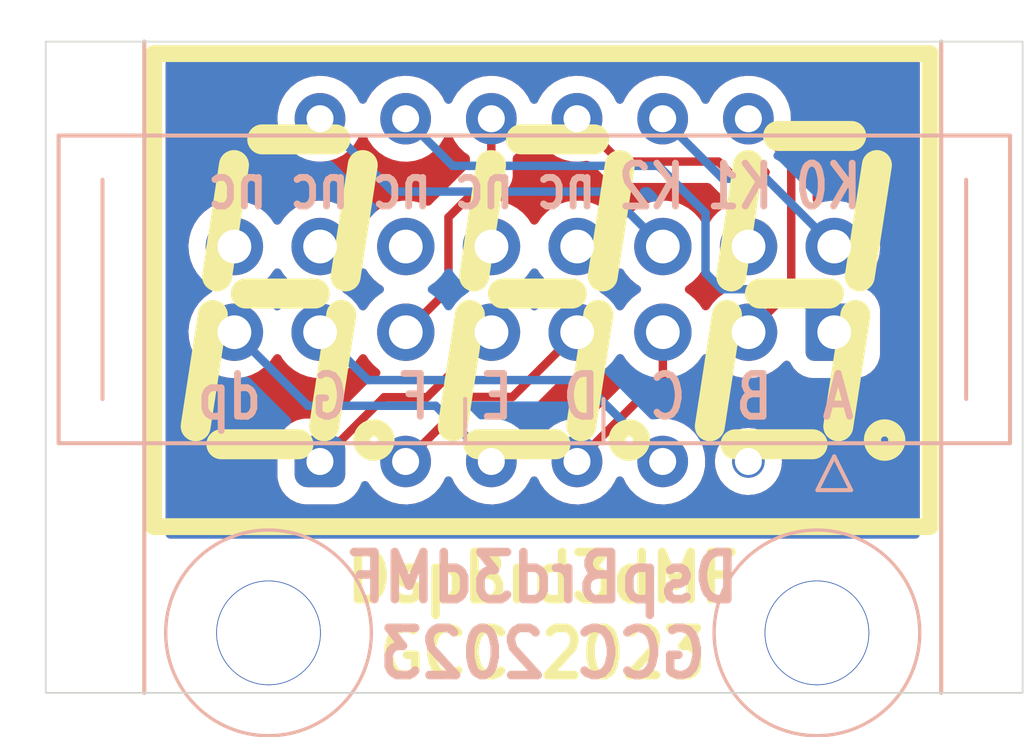
<source format=kicad_pcb>
(kicad_pcb (version 20211014) (generator pcbnew)
  (layers (0 "F.Cu" signal) (31 "B.Cu" signal) (36 "B.SilkS" user "B.Silkscreen") (37 "F.SilkS" user "F.Silkscreen") (38 "B.Mask" user) (39 "F.Mask" user) (44 "Edge.Cuts" user))
  (net 0 "")
  (net 1 "/K_SegA")
  (net 2 "/K_SegB")
  (net 3 "/K_SegC")
  (net 4 "/K_SegDP")
  (net 5 "/A0")
  (net 6 "/K_SegD")
  (net 7 "/K_SegE")
  (net 8 "/K_SegG")
  (net 9 "/K_SegF")
  (net 10 "/A1")
  (net 11 "/A2")
  (footprint "GCC_Display:Disp7s3x_036" (layer "F.Cu") (at 53.848 40.132)
    (fp_text reference "S2" hide)
    (fp_text value "LEDDSP3_CA" hide)
    (fp_line (start -11.2776 7.0104) (end -11.2776 -7.0104) (layer "F.SilkS") (width 0.5))
    (fp_line (start 1.1176 0.1016) (end -0.9271 0.1016) (layer "F.SilkS") (width 0.889))
    (fp_line (start -8.89762 -3.70586) (end -9.398 -0.4064) (layer "F.SilkS") (width 0.889))
    (fp_line (start -9.271 4.56946) (end -6.98754 4.56946) (layer "F.SilkS") (width 0.889))
    (fp_line (start 1.90246 0.7366) (end 1.39446 4.03606) (layer "F.SilkS") (width 0.889))
    (fp_line (start -0.38862 -4.46786) (end 1.778 -4.46786) (layer "F.SilkS") (width 0.889))
    (fp_line (start -11.2268 -7.0104) (end 11.7348 -7.0104) (layer "F.SilkS") (width 0.5))
    (fp_line (start 7.23138 -4.56946) (end 9.398 -4.56946) (layer "F.SilkS") (width 0.889))
    (fp_line (start -9.525 0.7366) (end -10.033 4.03606) (layer "F.SilkS") (width 0.889))
    (fp_line (start -1.27762 -3.70586) (end -1.778 -0.4064) (layer "F.SilkS") (width 0.889))
    (fp_line (start 11.7348 -7.0104) (end 11.7348 7.0104) (layer "F.SilkS") (width 0.5))
    (fp_line (start 10.16 -3.70586) (end 9.652 -0.4064) (layer "F.SilkS") (width 0.889))
    (fp_line (start -1.905 0.7366) (end -2.413 4.03606) (layer "F.SilkS") (width 0.889))
    (fp_line (start -5.71754 0.7366) (end -6.22554 4.03606) (layer "F.SilkS") (width 0.889))
    (fp_line (start 5.969 4.56946) (end 8.25246 4.56946) (layer "F.SilkS") (width 0.889))
    (fp_line (start 8.7376 0.1016) (end 6.6929 0.1016) (layer "F.SilkS") (width 0.889))
    (fp_line (start 6.34238 -3.70586) (end 5.842 -0.4064) (layer "F.SilkS") (width 0.889))
    (fp_line (start -6.5024 0.1016) (end -8.5471 0.1016) (layer "F.SilkS") (width 0.889))
    (fp_line (start 11.7348 7.0104) (end -11.2776 7.0104) (layer "F.SilkS") (width 0.5))
    (fp_line (start 5.715 0.7366) (end 5.207 4.03606) (layer "F.SilkS") (width 0.889))
    (fp_line (start 9.52246 0.7366) (end 9.01446 4.03606) (layer "F.SilkS") (width 0.889))
    (fp_line (start -5.08 -3.70586) (end -5.588 -0.4064) (layer "F.SilkS") (width 0.889))
    (fp_line (start -8.05942 -4.46786) (end -5.8928 -4.46786) (layer "F.SilkS") (width 0.889))
    (fp_line (start 2.54 -3.70586) (end 2.032 -0.4064) (layer "F.SilkS") (width 0.889))
    (fp_line (start -1.651 4.56946) (end 0.63246 4.56946) (layer "F.SilkS") (width 0.889))
    (fp_circle (center 10.3886 4.445) (end 10.6426 4.18846) (layer "F.SilkS") (width 0.508) (fill none))
    (fp_circle (center 2.8194 4.445) (end 3.0734 4.18846) (layer "F.SilkS") (width 0.508) (fill none))
    (fp_circle (center -4.7498 4.445) (end -4.4958 4.18846) (layer "F.SilkS") (width 0.508) (fill none))
    (pad "1" thru_hole roundrect locked (at -6.35 5.08 90) (size 1.524 1.50114) (drill 0.8001) (layers *.Cu *.Mask) (net 7 "/K_SegE"))
    (pad "2" thru_hole oval locked (at -3.81 5.08 90) (size 1.524 1.50114) (drill 0.8001) (layers *.Cu *.Mask) (net 6 "/K_SegD"))
    (pad "3" thru_hole oval locked (at -1.27 5.08 90) (size 1.524 1.50114) (drill 0.8001) (layers *.Cu *.Mask) (net 4 "/K_SegDP"))
    (pad "4" thru_hole oval locked (at 1.27 5.08 90) (size 1.524 1.50114) (drill 0.8001) (layers *.Cu *.Mask) (net 3 "/K_SegC"))
    (pad "5" thru_hole oval locked (at 3.81 5.08 90) (size 1.524 1.50114) (drill 0.8001) (layers *.Cu *.Mask) (net 8 "/K_SegG"))
    (pad "6" thru_hole oval locked (at 6.35 5.08 90) (size 0.9652 0.9652) (drill 0.8001) (layers *.Cu *.Mask))
    (pad "7" thru_hole oval locked (at 6.35 -5.08 90) (size 1.524 1.50114) (drill 0.8001) (layers *.Cu *.Mask) (net 2 "/K_SegB"))
    (pad "8" thru_hole oval locked (at 3.81 -5.08 90) (size 1.524 1.50114) (drill 0.8001) (layers *.Cu *.Mask) (net 5 "/A0"))
    (pad "9" thru_hole oval locked (at 1.27 -5.08 90) (size 1.524 1.50114) (drill 0.8001) (layers *.Cu *.Mask) (net 10 "/A1"))
    (pad "10" thru_hole oval locked (at -1.27 -5.08 90) (size 1.524 1.50114) (drill 0.8001) (layers *.Cu *.Mask) (net 9 "/K_SegF"))
    (pad "11" thru_hole oval locked (at -3.81 -5.08 90) (size 1.524 1.50114) (drill 0.8001) (layers *.Cu *.Mask) (net 1 "/K_SegA"))
    (pad "12" thru_hole oval locked (at -6.34746 -5.08 90) (size 1.524 1.50114) (drill 0.8001) (layers *.Cu *.Mask) (net 11 "/A2"))
  )
  (footprint "GCC_holes:Hole3mm" (layer "B.Cu") (at 45.974 50.292)
    (fp_text reference "H3" hide)
    (fp_text value "MountingHole" hide)
    (fp_circle (center 0 0) (end 0 3.048) (layer "B.SilkS") (width 0.1) (fill none))
    (pad "" np_thru_hole circle locked (at 0 0) (size 3.1 3.1) (drill 3.05) (layers F&B.Cu *.Mask))
  )
  (footprint "GCC_holes:Hole3mm" (layer "B.Cu") (at 62.23 50.292)
    (fp_text reference "H4" hide)
    (fp_text value "MountingHole" hide)
    (fp_circle (center 0 0) (end 0 3.048) (layer "B.SilkS") (width 0.1) (fill none))
    (pad "" np_thru_hole circle locked (at 0 0) (size 3.1 3.1) (drill 3.05) (layers F&B.Cu *.Mask))
  )
  (footprint "Connector_IDC:IDC-Header_2x08_P2.54mm_Vertical" (layer "B.Cu") (at 62.743 41.38 90)
    (fp_text reference "P4" hide)
    (fp_text value "Conn_02x08_Odd_Even")
    (fp_line (start -1.98 -10.94) (end -1.98 -10.94) (layer "B.SilkS") (width 0.12))
    (fp_line (start -1.98 3.91) (end 4.52 3.91) (layer "B.SilkS") (width 0.12))
    (fp_line (start -1.98 -10.94) (end -3.29 -10.94) (layer "B.SilkS") (width 0.12))
    (fp_line (start -3.29 -6.84) (end -1.98 -6.84) (layer "B.SilkS") (width 0.12))
    (fp_line (start -3.29 -22.99) (end -3.29 5.21) (layer "B.SilkS") (width 0.12))
    (fp_line (start -4.68 -0.5) (end -3.68 0) (layer "B.SilkS") (width 0.12))
    (fp_line (start -3.68 0) (end -4.68 0.5) (layer "B.SilkS") (width 0.12))
    (fp_line (start 5.83 5.21) (end 5.83 -22.99) (layer "B.SilkS") (width 0.12))
    (fp_line (start -4.68 0.5) (end -4.68 -0.5) (layer "B.SilkS") (width 0.12))
    (fp_line (start -3.29 5.21) (end 5.83 5.21) (layer "B.SilkS") (width 0.12))
    (fp_line (start 5.83 -22.99) (end -3.29 -22.99) (layer "B.SilkS") (width 0.12))
    (fp_line (start 4.52 -21.69) (end -1.98 -21.69) (layer "B.SilkS") (width 0.12))
    (pad "1" thru_hole roundrect (at 0 0 90) (size 1.7 1.7) (drill 1) (layers F&B.Cu *.Mask) (roundrect_rratio 0.147059) (net 1 "/K_SegA"))
    (pad "2" thru_hole circle (at 2.54 0 90) (size 1.7 1.7) (drill 1) (layers F&B.Cu *.Mask) (net 5 "/A0"))
    (pad "3" thru_hole circle (at 0 -2.54 90) (size 1.7 1.7) (drill 1) (layers F&B.Cu *.Mask) (net 2 "/K_SegB"))
    (pad "4" thru_hole circle (at 2.54 -2.54 90) (size 1.7 1.7) (drill 1) (layers F&B.Cu *.Mask) (net 10 "/A1"))
    (pad "5" thru_hole circle (at 0 -5.08 90) (size 1.7 1.7) (drill 1) (layers F&B.Cu *.Mask) (net 3 "/K_SegC"))
    (pad "6" thru_hole circle (at 2.54 -5.08 90) (size 1.7 1.7) (drill 1) (layers F&B.Cu *.Mask) (net 11 "/A2"))
    (pad "7" thru_hole circle (at 0 -7.62 90) (size 1.7 1.7) (drill 1) (layers F&B.Cu *.Mask) (net 6 "/K_SegD"))
    (pad "8" thru_hole circle (at 2.54 -7.62 90) (size 1.7 1.7) (drill 1) (layers F&B.Cu *.Mask))
    (pad "9" thru_hole circle (at 0 -10.16 90) (size 1.7 1.7) (drill 1) (layers F&B.Cu *.Mask) (net 7 "/K_SegE"))
    (pad "10" thru_hole circle (at 2.54 -10.16 90) (size 1.7 1.7) (drill 1) (layers F&B.Cu *.Mask))
    (pad "11" thru_hole circle (at 0 -12.7 90) (size 1.7 1.7) (drill 1) (layers F&B.Cu *.Mask) (net 9 "/K_SegF"))
    (pad "12" thru_hole circle (at 2.54 -12.7 90) (size 1.7 1.7) (drill 1) (layers F&B.Cu *.Mask))
    (pad "13" thru_hole circle (at 0 -15.24 90) (size 1.7 1.7) (drill 1) (layers F&B.Cu *.Mask) (net 8 "/K_SegG"))
    (pad "14" thru_hole circle (at 2.54 -15.24 90) (size 1.7 1.7) (drill 1) (layers F&B.Cu *.Mask))
    (pad "15" thru_hole circle (at 0 -17.78 90) (size 1.7 1.7) (drill 1) (layers F&B.Cu *.Mask) (net 4 "/K_SegDP"))
    (pad "16" thru_hole circle (at 2.54 -17.78 90) (size 1.7 1.7) (drill 1) (layers F&B.Cu *.Mask))
  )
  (gr_line (start 42.291 32.766) (end 42.291 52.07) (layer "B.SilkS") (width 0.12))
  (gr_line (start 65.913 32.766) (end 65.913 52.07) (layer "B.SilkS") (width 0.12))
  (gr_line (start 65.913 32.766) (end 65.913 52.07) (layer "F.SilkS") (width 0.12))
  (gr_line (start 42.291 32.766) (end 42.291 52.07) (layer "F.SilkS") (width 0.12))
  (gr_rect (start 39.37 32.766) (end 68.326 52.07) (layer "Edge.Cuts") (width 0.05) (fill none))
  (gr_text "K0 K1 K2 nc nc nc nc nc" (at 53.853 37.062) (layer "B.SilkS") (effects (font (size 1.27 0.9652) (thickness 0.2032)) (justify mirror)))
  (gr_text "A  B  C  D  E  F  G  dp" (at 53.594 43.2945) (layer "B.SilkS") (effects (font (size 1.27 1.016) (thickness 0.2032)) (justify mirror)))
  (gr_text "DspBrd3dMF\nGCC 2023" (at 54.102 49.784) (layer "B.SilkS") (effects (font (size 1.397 1.27) (thickness 0.254)) (justify mirror)))
  (gr_text "DspBrd3dMF\nGCC 2023" (at 54.102 49.784) (layer "F.SilkS") (effects (font (size 1.397 1.27) (thickness 0.254))))
  (segment (start 51.435 36.449) (end 50.038 35.052) (width 0.25) (layer "B.Cu") (net 1))
  (segment (start 58.928 39.624) (end 58.928 37.846) (width 0.25) (layer "B.Cu") (net 1))
  (segment (start 62.743 41.38) (end 61.468 40.105) (width 0.25) (layer "B.Cu") (net 1))
  (segment (start 57.531 36.449) (end 51.435 36.449) (width 0.25) (layer "B.Cu") (net 1))
  (segment (start 59.409 40.105) (end 58.928 39.624) (width 0.25) (layer "B.Cu") (net 1))
  (segment (start 58.928 37.846) (end 57.531 36.449) (width 0.25) (layer "B.Cu") (net 1))
  (segment (start 61.468 40.105) (end 59.409 40.105) (width 0.25) (layer "B.Cu") (net 1))
  (segment (start 61.468 36.322) (end 61.468 40.115) (width 0.25) (layer "F.Cu") (net 2))
  (segment (start 60.198 35.052) (end 61.468 36.322) (width 0.25) (layer "F.Cu") (net 2))
  (segment (start 61.468 40.115) (end 60.203 41.38) (width 0.25) (layer "F.Cu") (net 2))
  (segment (start 57.663 42.667) (end 57.663 41.38) (width 0.25) (layer "F.Cu") (net 3))
  (segment (start 55.118 45.212) (end 57.663 42.667) (width 0.25) (layer "F.Cu") (net 3))
  (segment (start 47.144 43.561) (end 50.927 43.561) (width 0.25) (layer "B.Cu") (net 4))
  (segment (start 50.927 43.561) (end 52.578 45.212) (width 0.25) (layer "B.Cu") (net 4))
  (segment (start 44.963 41.38) (end 47.144 43.561) (width 0.25) (layer "B.Cu") (net 4))
  (segment (start 60.733 36.83) (end 62.743 38.84) (width 0.25) (layer "B.Cu") (net 5))
  (segment (start 59.436 36.83) (end 60.733 36.83) (width 0.25) (layer "B.Cu") (net 5))
  (segment (start 57.658 35.052) (end 59.436 36.83) (width 0.25) (layer "B.Cu") (net 5))
  (segment (start 51.9515 43.2985) (end 53.2045 43.2985) (width 0.25) (layer "F.Cu") (net 6))
  (segment (start 53.2045 43.2985) (end 55.123 41.38) (width 0.25) (layer "F.Cu") (net 6))
  (segment (start 50.038 45.212) (end 51.9515 43.2985) (width 0.25) (layer "F.Cu") (net 6))
  (segment (start 47.498 45.212) (end 49.403 43.307) (width 0.25) (layer "F.Cu") (net 7))
  (segment (start 49.403 43.307) (end 50.673 43.307) (width 0.25) (layer "F.Cu") (net 7))
  (segment (start 50.673 43.307) (end 52.583 41.397) (width 0.25) (layer "F.Cu") (net 7))
  (segment (start 55.245 42.799) (end 57.658 45.212) (width 0.25) (layer "B.Cu") (net 8))
  (segment (start 47.503 41.38) (end 48.922 42.799) (width 0.25) (layer "B.Cu") (net 8))
  (segment (start 48.922 42.799) (end 55.245 42.799) (width 0.25) (layer "B.Cu") (net 8))
  (segment (start 52.578 35.052) (end 52.578 36.703) (width 0.25) (layer "F.Cu") (net 9))
  (segment (start 52.578 36.703) (end 51.308 37.973) (width 0.25) (layer "F.Cu") (net 9))
  (segment (start 51.308 37.973) (end 51.308 40.115) (width 0.25) (layer "F.Cu") (net 9))
  (segment (start 51.308 40.115) (end 50.043 41.38) (width 0.25) (layer "F.Cu") (net 9))
  (segment (start 59.309 36.322) (end 60.203 37.216) (width 0.25) (layer "F.Cu") (net 10))
  (segment (start 60.203 37.216) (end 60.203 38.84) (width 0.25) (layer "F.Cu") (net 10))
  (segment (start 56.388 36.322) (end 59.309 36.322) (width 0.25) (layer "F.Cu") (net 10))
  (segment (start 55.118 35.052) (end 56.388 36.322) (width 0.25) (layer "F.Cu") (net 10))
  (segment (start 56.034 37.211) (end 57.663 38.84) (width 0.25) (layer "B.Cu") (net 11))
  (segment (start 47.50054 35.052) (end 49.65954 37.211) (width 0.25) (layer "B.Cu") (net 11))
  (segment (start 49.65954 37.211) (end 56.034 37.211) (width 0.25) (layer "B.Cu") (net 11))
  (zone (net 0) (net_name "") (layer "F.Cu") (connect_pads (clearance 0.508)) (min_thickness 0.254) (fill yes (thermal_gap 0.508) (thermal_bridge_width 0.508))
    (polygon (pts (xy 42.926 32.766) (xy 65.278 32.766) (xy 65.278 47.498) (xy 42.926 47.498)))
  )
  (zone (net 0) (net_name "") (layer "B.Cu") (connect_pads (clearance 0.508)) (min_thickness 0.254) (fill yes (thermal_gap 0.508) (thermal_bridge_width 0.508))
    (polygon (pts (xy 42.926 32.766) (xy 65.278 32.766) (xy 65.278 47.498) (xy 42.926 47.498)))
  )
)
</source>
